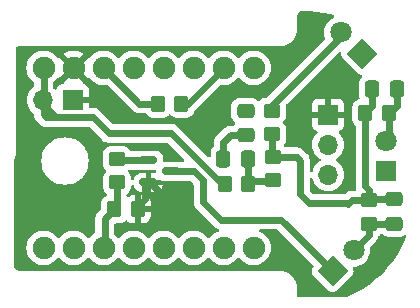
<source format=gbr>
%TF.GenerationSoftware,KiCad,Pcbnew,8.0.2*%
%TF.CreationDate,2024-08-10T10:20:15+02:00*%
%TF.ProjectId,ir-blaster,69722d62-6c61-4737-9465-722e6b696361,rev?*%
%TF.SameCoordinates,Original*%
%TF.FileFunction,Copper,L1,Top*%
%TF.FilePolarity,Positive*%
%FSLAX46Y46*%
G04 Gerber Fmt 4.6, Leading zero omitted, Abs format (unit mm)*
G04 Created by KiCad (PCBNEW 8.0.2) date 2024-08-10 10:20:15*
%MOMM*%
%LPD*%
G01*
G04 APERTURE LIST*
G04 Aperture macros list*
%AMRoundRect*
0 Rectangle with rounded corners*
0 $1 Rounding radius*
0 $2 $3 $4 $5 $6 $7 $8 $9 X,Y pos of 4 corners*
0 Add a 4 corners polygon primitive as box body*
4,1,4,$2,$3,$4,$5,$6,$7,$8,$9,$2,$3,0*
0 Add four circle primitives for the rounded corners*
1,1,$1+$1,$2,$3*
1,1,$1+$1,$4,$5*
1,1,$1+$1,$6,$7*
1,1,$1+$1,$8,$9*
0 Add four rect primitives between the rounded corners*
20,1,$1+$1,$2,$3,$4,$5,0*
20,1,$1+$1,$4,$5,$6,$7,0*
20,1,$1+$1,$6,$7,$8,$9,0*
20,1,$1+$1,$8,$9,$2,$3,0*%
%AMRotRect*
0 Rectangle, with rotation*
0 The origin of the aperture is its center*
0 $1 length*
0 $2 width*
0 $3 Rotation angle, in degrees counterclockwise*
0 Add horizontal line*
21,1,$1,$2,0,0,$3*%
G04 Aperture macros list end*
%TA.AperFunction,SMDPad,CuDef*%
%ADD10RoundRect,0.250000X0.350000X0.450000X-0.350000X0.450000X-0.350000X-0.450000X0.350000X-0.450000X0*%
%TD*%
%TA.AperFunction,ComponentPad*%
%ADD11R,1.700000X1.700000*%
%TD*%
%TA.AperFunction,ComponentPad*%
%ADD12O,1.700000X1.700000*%
%TD*%
%TA.AperFunction,SMDPad,CuDef*%
%ADD13RoundRect,0.150000X-0.587500X-0.150000X0.587500X-0.150000X0.587500X0.150000X-0.587500X0.150000X0*%
%TD*%
%TA.AperFunction,ComponentPad*%
%ADD14R,1.800000X1.800000*%
%TD*%
%TA.AperFunction,ComponentPad*%
%ADD15C,1.800000*%
%TD*%
%TA.AperFunction,SMDPad,CuDef*%
%ADD16RoundRect,0.250000X-0.337500X-0.475000X0.337500X-0.475000X0.337500X0.475000X-0.337500X0.475000X0*%
%TD*%
%TA.AperFunction,SMDPad,CuDef*%
%ADD17RoundRect,0.250000X0.450000X-0.350000X0.450000X0.350000X-0.450000X0.350000X-0.450000X-0.350000X0*%
%TD*%
%TA.AperFunction,ComponentPad*%
%ADD18RotRect,1.800000X1.800000X135.000000*%
%TD*%
%TA.AperFunction,ComponentPad*%
%ADD19C,1.905000*%
%TD*%
%TA.AperFunction,SMDPad,CuDef*%
%ADD20RoundRect,0.250000X-0.475000X0.337500X-0.475000X-0.337500X0.475000X-0.337500X0.475000X0.337500X0*%
%TD*%
%TA.AperFunction,SMDPad,CuDef*%
%ADD21RoundRect,0.250000X0.475000X-0.337500X0.475000X0.337500X-0.475000X0.337500X-0.475000X-0.337500X0*%
%TD*%
%TA.AperFunction,SMDPad,CuDef*%
%ADD22RoundRect,0.250000X0.337500X0.475000X-0.337500X0.475000X-0.337500X-0.475000X0.337500X-0.475000X0*%
%TD*%
%TA.AperFunction,SMDPad,CuDef*%
%ADD23RoundRect,0.250000X-0.450000X0.350000X-0.450000X-0.350000X0.450000X-0.350000X0.450000X0.350000X0*%
%TD*%
%TA.AperFunction,ComponentPad*%
%ADD24RotRect,1.800000X1.800000X45.000000*%
%TD*%
%TA.AperFunction,ViaPad*%
%ADD25C,0.500000*%
%TD*%
%TA.AperFunction,Conductor*%
%ADD26C,0.600000*%
%TD*%
G04 APERTURE END LIST*
D10*
%TO.P,R7,1*%
%TO.N,Net-(C4-Pad1)*%
X73280000Y-44930000D03*
%TO.P,R7,2*%
%TO.N,5V*%
X71280000Y-44930000D03*
%TD*%
D11*
%TO.P,J2,1,Pin_1*%
%TO.N,GND*%
X80045000Y-39065000D03*
D12*
%TO.P,J2,2,Pin_2*%
%TO.N,Net-(J2-Pin_2)*%
X80045000Y-41605000D03*
%TO.P,J2,3,Pin_3*%
%TO.N,3.3V*%
X80045000Y-44145000D03*
%TD*%
D13*
%TO.P,Q1,1,G*%
%TO.N,Net-(Q1-G)*%
X64832500Y-42900000D03*
%TO.P,Q1,2,S*%
%TO.N,GND*%
X64832500Y-44800000D03*
%TO.P,Q1,3,D*%
%TO.N,Net-(D1-K)*%
X66707500Y-43850000D03*
%TD*%
D14*
%TO.P,D2,1,K*%
%TO.N,Net-(D1-K)*%
X84960000Y-43855000D03*
D15*
%TO.P,D2,2,A*%
%TO.N,Net-(D2-A)*%
X84960000Y-41315000D03*
%TD*%
D10*
%TO.P,R8,1*%
%TO.N,Net-(J2-Pin_2)*%
X67630000Y-38120000D03*
%TO.P,R8,2*%
%TO.N,3.3V*%
X65630000Y-38120000D03*
%TD*%
D16*
%TO.P,C2,1*%
%TO.N,Net-(C1-Pad1)*%
X83772500Y-36900000D03*
%TO.P,C2,2*%
%TO.N,Net-(D2-A)*%
X85847500Y-36900000D03*
%TD*%
D10*
%TO.P,R2,1*%
%TO.N,GND*%
X63930000Y-47070000D03*
%TO.P,R2,2*%
%TO.N,/IR_OUT*%
X61930000Y-47070000D03*
%TD*%
%TO.P,R4,1*%
%TO.N,Net-(D2-A)*%
X85190000Y-38940000D03*
%TO.P,R4,2*%
%TO.N,Net-(C1-Pad1)*%
X83190000Y-38940000D03*
%TD*%
D17*
%TO.P,R1,1*%
%TO.N,/IR_OUT*%
X62170000Y-44800000D03*
%TO.P,R1,2*%
%TO.N,Net-(Q1-G)*%
X62170000Y-42800000D03*
%TD*%
D18*
%TO.P,D1,1,K*%
%TO.N,Net-(D1-K)*%
X82916051Y-33896051D03*
D15*
%TO.P,D1,2,A*%
%TO.N,Net-(D1-A)*%
X81120000Y-32100000D03*
%TD*%
D19*
%TO.P,U1,0,GPIO0*%
%TO.N,unconnected-(U1-GPIO0-Pad0)*%
X73730000Y-35090000D03*
%TO.P,U1,1,GPIO1*%
%TO.N,Net-(J2-Pin_2)*%
X71190000Y-35090000D03*
%TO.P,U1,2,GPIO2*%
%TO.N,unconnected-(U1-GPIO2-Pad2)*%
X68650000Y-35090000D03*
%TO.P,U1,3,GPIO3*%
%TO.N,unconnected-(U1-GPIO3-Pad3)*%
X66110000Y-35090000D03*
%TO.P,U1,3.3,3V3*%
%TO.N,3.3V*%
X61030000Y-35090000D03*
%TO.P,U1,4,GPIO4*%
%TO.N,unconnected-(U1-GPIO4-Pad4)*%
X63570000Y-35090000D03*
%TO.P,U1,5,GPIO5*%
%TO.N,unconnected-(U1-GPIO5-Pad5)*%
X55950000Y-50330000D03*
%TO.P,U1,5V,5V*%
%TO.N,5V*%
X55950000Y-35090000D03*
%TO.P,U1,6,GPIO6*%
%TO.N,unconnected-(U1-GPIO6-Pad6)*%
X58490000Y-50330000D03*
%TO.P,U1,7,GPIO7*%
%TO.N,/IR_OUT*%
X61030000Y-50330000D03*
%TO.P,U1,8,GPIO8*%
%TO.N,unconnected-(U1-GPIO8-Pad8)*%
X63570000Y-50330000D03*
%TO.P,U1,9,GPIO9*%
%TO.N,unconnected-(U1-GPIO9-Pad9)*%
X66110000Y-50330000D03*
%TO.P,U1,10,GPIO10*%
%TO.N,unconnected-(U1-GPIO10-Pad10)*%
X68650000Y-50330000D03*
%TO.P,U1,20,GPIO20*%
%TO.N,unconnected-(U1-GPIO20-Pad20)*%
X71190000Y-50330000D03*
%TO.P,U1,21,GPIO21*%
%TO.N,unconnected-(U1-GPIO21-Pad21)*%
X73730000Y-50330000D03*
%TO.P,U1,G,GND*%
%TO.N,GND*%
X58490000Y-35090000D03*
%TD*%
D20*
%TO.P,C3,1*%
%TO.N,Net-(C1-Pad1)*%
X85630000Y-46220000D03*
%TO.P,C3,2*%
%TO.N,Net-(D3-A)*%
X85630000Y-48295000D03*
%TD*%
D17*
%TO.P,R5,1*%
%TO.N,Net-(D3-A)*%
X83500000Y-48300000D03*
%TO.P,R5,2*%
%TO.N,Net-(C1-Pad1)*%
X83500000Y-46300000D03*
%TD*%
D21*
%TO.P,C1,1*%
%TO.N,Net-(C1-Pad1)*%
X73070000Y-40797500D03*
%TO.P,C1,2*%
%TO.N,Net-(D1-A)*%
X73070000Y-38722500D03*
%TD*%
D22*
%TO.P,C4,1*%
%TO.N,Net-(C4-Pad1)*%
X73257500Y-42790000D03*
%TO.P,C4,2*%
%TO.N,Net-(C1-Pad1)*%
X71182500Y-42790000D03*
%TD*%
D23*
%TO.P,R6,1*%
%TO.N,Net-(C1-Pad1)*%
X75340000Y-42630000D03*
%TO.P,R6,2*%
%TO.N,Net-(C4-Pad1)*%
X75340000Y-44630000D03*
%TD*%
D11*
%TO.P,J1,1,Pin_1*%
%TO.N,GND*%
X58415000Y-37815000D03*
D12*
%TO.P,J1,2,Pin_2*%
%TO.N,5V*%
X55875000Y-37815000D03*
%TD*%
D23*
%TO.P,R3,1*%
%TO.N,Net-(D1-A)*%
X75310000Y-38710000D03*
%TO.P,R3,2*%
%TO.N,Net-(C1-Pad1)*%
X75310000Y-40710000D03*
%TD*%
D24*
%TO.P,D3,1,K*%
%TO.N,Net-(D1-K)*%
X80418439Y-52311562D03*
D15*
%TO.P,D3,2,A*%
%TO.N,Net-(D3-A)*%
X82214490Y-50515511D03*
%TD*%
D25*
%TO.N,GND*%
X66150000Y-46020000D03*
%TD*%
D26*
%TO.N,Net-(D1-A)*%
X81015510Y-32535510D02*
X75310000Y-38241020D01*
X75310000Y-38241020D02*
X75310000Y-38710000D01*
%TO.N,Net-(D1-K)*%
X70950000Y-47940000D02*
X69470000Y-46460000D01*
X69470000Y-46460000D02*
X69470000Y-44620000D01*
X80418439Y-52311562D02*
X76046877Y-47940000D01*
X69470000Y-44620000D02*
X68700000Y-43850000D01*
X76046877Y-47940000D02*
X70950000Y-47940000D01*
X68700000Y-43850000D02*
X66707500Y-43850000D01*
%TO.N,Net-(D2-A)*%
X85190000Y-41085000D02*
X84960000Y-41315000D01*
X85847500Y-36900000D02*
X85847500Y-38282500D01*
X85190000Y-38940000D02*
X85190000Y-41085000D01*
X85847500Y-38282500D02*
X85190000Y-38940000D01*
%TO.N,Net-(D3-A)*%
X83500000Y-48300000D02*
X83500000Y-49230001D01*
X85625000Y-48300000D02*
X85630000Y-48295000D01*
X82214490Y-50515511D02*
X82744489Y-50515511D01*
X83500000Y-48300000D02*
X85625000Y-48300000D01*
X83500000Y-49230001D02*
X82214490Y-50515511D01*
%TO.N,5V*%
X71052792Y-44930000D02*
X66752792Y-40630000D01*
X60150000Y-39290000D02*
X56197919Y-39290000D01*
X60150000Y-39290000D02*
X57040000Y-39290000D01*
X55950000Y-39042081D02*
X55950000Y-37840000D01*
X66752792Y-40630000D02*
X61490000Y-40630000D01*
X56197919Y-39290000D02*
X55950000Y-39042081D01*
X55950000Y-38200000D02*
X55950000Y-35090000D01*
X61490000Y-40630000D02*
X60150000Y-39290000D01*
X57040000Y-39290000D02*
X55950000Y-38200000D01*
X71280000Y-44930000D02*
X71052792Y-44930000D01*
X71300990Y-44640000D02*
X71310000Y-44640000D01*
%TO.N,GND*%
X64520000Y-45112500D02*
X64832500Y-44800000D01*
X64520000Y-46200000D02*
X64520000Y-45112500D01*
X63930000Y-46790000D02*
X64520000Y-46200000D01*
X64930000Y-44800000D02*
X66150000Y-46020000D01*
X64832500Y-44800000D02*
X64930000Y-44800000D01*
X63930000Y-47070000D02*
X63930000Y-46790000D01*
%TO.N,3.3V*%
X65630000Y-38120000D02*
X64060000Y-38120000D01*
X64060000Y-38120000D02*
X61030000Y-35090000D01*
%TO.N,Net-(J2-Pin_2)*%
X67630000Y-38120000D02*
X68160000Y-38120000D01*
X68160000Y-38120000D02*
X71190000Y-35090000D01*
%TO.N,Net-(Q1-G)*%
X62270000Y-42900000D02*
X62170000Y-42800000D01*
X64832500Y-42900000D02*
X62270000Y-42900000D01*
%TO.N,/IR_OUT*%
X61130000Y-47870000D02*
X61130000Y-50230000D01*
X62170000Y-44800000D02*
X62170000Y-46830000D01*
X61130000Y-50230000D02*
X61030000Y-50330000D01*
X61930000Y-47070000D02*
X61130000Y-47870000D01*
X62170000Y-46830000D02*
X61930000Y-47070000D01*
%TO.N,Net-(C1-Pad1)*%
X78460000Y-46570000D02*
X81680000Y-46570000D01*
X81730000Y-46620000D02*
X82050000Y-46300000D01*
X75310000Y-40710000D02*
X75310000Y-42600000D01*
X77690000Y-42940000D02*
X77380000Y-42630000D01*
X83772500Y-36900000D02*
X83772500Y-38357500D01*
X75310000Y-42600000D02*
X75340000Y-42630000D01*
X83772500Y-38357500D02*
X83190000Y-38940000D01*
X82050000Y-46300000D02*
X83500000Y-46300000D01*
X83580000Y-46220000D02*
X83500000Y-46300000D01*
X85630000Y-46220000D02*
X83580000Y-46220000D01*
X71182500Y-42790000D02*
X71182500Y-41407500D01*
X83190000Y-45085000D02*
X83500000Y-45395000D01*
X83500000Y-45395000D02*
X83500000Y-46300000D01*
X77690000Y-45800000D02*
X77690000Y-42940000D01*
X78460000Y-46570000D02*
X77690000Y-45800000D01*
X71792500Y-40797500D02*
X73070000Y-40797500D01*
X83190000Y-45085000D02*
X83190000Y-38940000D01*
X81680000Y-46570000D02*
X81730000Y-46620000D01*
X77380000Y-42630000D02*
X75340000Y-42630000D01*
X71182500Y-41407500D02*
X71792500Y-40797500D01*
%TO.N,Net-(C4-Pad1)*%
X73257500Y-42790000D02*
X73257500Y-44907500D01*
X75330000Y-44640000D02*
X75340000Y-44630000D01*
X73257500Y-44907500D02*
X73280000Y-44930000D01*
X73310000Y-44640000D02*
X75330000Y-44640000D01*
%TD*%
%TA.AperFunction,Conductor*%
%TO.N,GND*%
G36*
X78502598Y-30279123D02*
G01*
X78510340Y-30279610D01*
X79096734Y-30335040D01*
X79104459Y-30336016D01*
X79686188Y-30428153D01*
X79693802Y-30429605D01*
X80268649Y-30558098D01*
X80276172Y-30560031D01*
X80471975Y-30616917D01*
X80530859Y-30654522D01*
X80560065Y-30717994D01*
X80550319Y-30787181D01*
X80504715Y-30840115D01*
X80496396Y-30845046D01*
X80351380Y-30923525D01*
X80351365Y-30923535D01*
X80168222Y-31066081D01*
X80168219Y-31066084D01*
X80011016Y-31236852D01*
X79884075Y-31431151D01*
X79790842Y-31643699D01*
X79733866Y-31868691D01*
X79733864Y-31868702D01*
X79714700Y-32099993D01*
X79714700Y-32100006D01*
X79733864Y-32331297D01*
X79733866Y-32331308D01*
X79788054Y-32545290D01*
X79785429Y-32615110D01*
X79755529Y-32663411D01*
X74840571Y-37578369D01*
X74779248Y-37611854D01*
X74765493Y-37614046D01*
X74707209Y-37620000D01*
X74707202Y-37620001D01*
X74540668Y-37675185D01*
X74540663Y-37675187D01*
X74391342Y-37767289D01*
X74277681Y-37880951D01*
X74216358Y-37914436D01*
X74146666Y-37909452D01*
X74102319Y-37880951D01*
X74013657Y-37792289D01*
X74013656Y-37792288D01*
X73920888Y-37735069D01*
X73864336Y-37700187D01*
X73864331Y-37700185D01*
X73830577Y-37689000D01*
X73697797Y-37645001D01*
X73697795Y-37645000D01*
X73595010Y-37634500D01*
X72544998Y-37634500D01*
X72544980Y-37634501D01*
X72442203Y-37645000D01*
X72442200Y-37645001D01*
X72275668Y-37700185D01*
X72275663Y-37700187D01*
X72126342Y-37792289D01*
X72002289Y-37916342D01*
X71910187Y-38065663D01*
X71910186Y-38065666D01*
X71855001Y-38232203D01*
X71855001Y-38232204D01*
X71855000Y-38232204D01*
X71844500Y-38334983D01*
X71844500Y-39110001D01*
X71844501Y-39110019D01*
X71855000Y-39212796D01*
X71855001Y-39212799D01*
X71910185Y-39379331D01*
X71910187Y-39379336D01*
X72002289Y-39528657D01*
X72126346Y-39652714D01*
X72129182Y-39654463D01*
X72130717Y-39656170D01*
X72132011Y-39657193D01*
X72131836Y-39657414D01*
X72175905Y-39706411D01*
X72187126Y-39775374D01*
X72159282Y-39839456D01*
X72129182Y-39865537D01*
X72126346Y-39867285D01*
X72126343Y-39867288D01*
X72032951Y-39960681D01*
X71971628Y-39994166D01*
X71945270Y-39997000D01*
X71713655Y-39997000D01*
X71559008Y-40027761D01*
X71558998Y-40027764D01*
X71413327Y-40088102D01*
X71413314Y-40088109D01*
X71282212Y-40175709D01*
X71250722Y-40207200D01*
X71170711Y-40287211D01*
X71170709Y-40287213D01*
X70654770Y-40803151D01*
X70560713Y-40897207D01*
X70560710Y-40897211D01*
X70473109Y-41028314D01*
X70473102Y-41028327D01*
X70412764Y-41173998D01*
X70412761Y-41174010D01*
X70382000Y-41328653D01*
X70382000Y-41665270D01*
X70362315Y-41732309D01*
X70345681Y-41752951D01*
X70252289Y-41846342D01*
X70160187Y-41995663D01*
X70160185Y-41995668D01*
X70156029Y-42008210D01*
X70105001Y-42162203D01*
X70105001Y-42162204D01*
X70105000Y-42162204D01*
X70094500Y-42264983D01*
X70094500Y-42540268D01*
X70074815Y-42607307D01*
X70022011Y-42653062D01*
X69952853Y-42663006D01*
X69889297Y-42633981D01*
X69882819Y-42627949D01*
X67263084Y-40008213D01*
X67263080Y-40008210D01*
X67131977Y-39920609D01*
X67131964Y-39920602D01*
X66986293Y-39860264D01*
X66986281Y-39860261D01*
X66831637Y-39829500D01*
X66831634Y-39829500D01*
X61872940Y-39829500D01*
X61805901Y-39809815D01*
X61785259Y-39793181D01*
X60660292Y-38668213D01*
X60660288Y-38668210D01*
X60529185Y-38580609D01*
X60529172Y-38580602D01*
X60383501Y-38520264D01*
X60383489Y-38520261D01*
X60228845Y-38489500D01*
X60228842Y-38489500D01*
X59889000Y-38489500D01*
X59821961Y-38469815D01*
X59776206Y-38417011D01*
X59765000Y-38365500D01*
X59765000Y-38065000D01*
X58848012Y-38065000D01*
X58880925Y-38007993D01*
X58915000Y-37880826D01*
X58915000Y-37749174D01*
X58880925Y-37622007D01*
X58848012Y-37565000D01*
X59765000Y-37565000D01*
X59765000Y-36917172D01*
X59764999Y-36917155D01*
X59758598Y-36857627D01*
X59758596Y-36857620D01*
X59708354Y-36722913D01*
X59708350Y-36722906D01*
X59622190Y-36607812D01*
X59622187Y-36607809D01*
X59507093Y-36521649D01*
X59507086Y-36521645D01*
X59382809Y-36475293D01*
X59326875Y-36433422D01*
X59302458Y-36367957D01*
X59317310Y-36299684D01*
X59325574Y-36289962D01*
X59326208Y-36279760D01*
X58726008Y-35679560D01*
X58790785Y-35652729D01*
X58894789Y-35583236D01*
X58983236Y-35494789D01*
X59052729Y-35390785D01*
X59079560Y-35326007D01*
X59679118Y-35925564D01*
X59700094Y-35923388D01*
X59709037Y-35915757D01*
X59778268Y-35906333D01*
X59841604Y-35935834D01*
X59863510Y-35961114D01*
X59879446Y-35985507D01*
X59921665Y-36031368D01*
X60042537Y-36162671D01*
X60232561Y-36310572D01*
X60444336Y-36425179D01*
X60560331Y-36465000D01*
X60672083Y-36503365D01*
X60672085Y-36503365D01*
X60672087Y-36503366D01*
X60909601Y-36543000D01*
X60909602Y-36543000D01*
X61150394Y-36543000D01*
X61150399Y-36543000D01*
X61259288Y-36524829D01*
X61328653Y-36533211D01*
X61367378Y-36559456D01*
X63438211Y-38630289D01*
X63494317Y-38686395D01*
X63549712Y-38741790D01*
X63680814Y-38829390D01*
X63680827Y-38829397D01*
X63825521Y-38889331D01*
X63825522Y-38889331D01*
X63825988Y-38889523D01*
X63826503Y-38889737D01*
X63888365Y-38902042D01*
X63981155Y-38920500D01*
X63981158Y-38920500D01*
X64138842Y-38920500D01*
X64545202Y-38920500D01*
X64612241Y-38940185D01*
X64650739Y-38979401D01*
X64687288Y-39038656D01*
X64811344Y-39162712D01*
X64960666Y-39254814D01*
X65127203Y-39309999D01*
X65229991Y-39320500D01*
X66030008Y-39320499D01*
X66030016Y-39320498D01*
X66030019Y-39320498D01*
X66086302Y-39314748D01*
X66132797Y-39309999D01*
X66299334Y-39254814D01*
X66448656Y-39162712D01*
X66542319Y-39069049D01*
X66603642Y-39035564D01*
X66673334Y-39040548D01*
X66717681Y-39069049D01*
X66811344Y-39162712D01*
X66960666Y-39254814D01*
X67127203Y-39309999D01*
X67229991Y-39320500D01*
X68030008Y-39320499D01*
X68030016Y-39320498D01*
X68030019Y-39320498D01*
X68086302Y-39314748D01*
X68132797Y-39309999D01*
X68299334Y-39254814D01*
X68448656Y-39162712D01*
X68572712Y-39038656D01*
X68664814Y-38889334D01*
X68719999Y-38722797D01*
X68720000Y-38722786D01*
X68720694Y-38719547D01*
X68721678Y-38717728D01*
X68722129Y-38716370D01*
X68722371Y-38716450D01*
X68753968Y-38658109D01*
X70852622Y-36559454D01*
X70913943Y-36525971D01*
X70960706Y-36524828D01*
X71069601Y-36543000D01*
X71069604Y-36543000D01*
X71310398Y-36543000D01*
X71310399Y-36543000D01*
X71547913Y-36503366D01*
X71775664Y-36425179D01*
X71987439Y-36310572D01*
X72177463Y-36162671D01*
X72340551Y-35985510D01*
X72356190Y-35961571D01*
X72409336Y-35916214D01*
X72478567Y-35906790D01*
X72541904Y-35936291D01*
X72563808Y-35961570D01*
X72579449Y-35985510D01*
X72742537Y-36162671D01*
X72932561Y-36310572D01*
X73144336Y-36425179D01*
X73260331Y-36465000D01*
X73372083Y-36503365D01*
X73372085Y-36503365D01*
X73372087Y-36503366D01*
X73609601Y-36543000D01*
X73609602Y-36543000D01*
X73850398Y-36543000D01*
X73850399Y-36543000D01*
X74087913Y-36503366D01*
X74315664Y-36425179D01*
X74527439Y-36310572D01*
X74717463Y-36162671D01*
X74880551Y-35985510D01*
X75012255Y-35783922D01*
X75108983Y-35563405D01*
X75168095Y-35329976D01*
X75187980Y-35090000D01*
X75168095Y-34850024D01*
X75108983Y-34616595D01*
X75012255Y-34396078D01*
X74880551Y-34194490D01*
X74717463Y-34017329D01*
X74567020Y-33900235D01*
X74527441Y-33869429D01*
X74315665Y-33754821D01*
X74315656Y-33754818D01*
X74087916Y-33676634D01*
X73909777Y-33646908D01*
X73850399Y-33637000D01*
X73609601Y-33637000D01*
X73562098Y-33644926D01*
X73372083Y-33676634D01*
X73144343Y-33754818D01*
X73144334Y-33754821D01*
X72932558Y-33869429D01*
X72798456Y-33973805D01*
X72742537Y-34017329D01*
X72579449Y-34194490D01*
X72565320Y-34216116D01*
X72563808Y-34218431D01*
X72510661Y-34263787D01*
X72441430Y-34273210D01*
X72378094Y-34243707D01*
X72356192Y-34218431D01*
X72340551Y-34194490D01*
X72177463Y-34017329D01*
X72027020Y-33900235D01*
X71987441Y-33869429D01*
X71775665Y-33754821D01*
X71775656Y-33754818D01*
X71547916Y-33676634D01*
X71369777Y-33646908D01*
X71310399Y-33637000D01*
X71069601Y-33637000D01*
X71022098Y-33644926D01*
X70832083Y-33676634D01*
X70604343Y-33754818D01*
X70604334Y-33754821D01*
X70392558Y-33869429D01*
X70258456Y-33973805D01*
X70202537Y-34017329D01*
X70039449Y-34194490D01*
X70025320Y-34216116D01*
X70023808Y-34218431D01*
X69970661Y-34263787D01*
X69901430Y-34273210D01*
X69838094Y-34243707D01*
X69816192Y-34218431D01*
X69800551Y-34194490D01*
X69637463Y-34017329D01*
X69487020Y-33900235D01*
X69447441Y-33869429D01*
X69235665Y-33754821D01*
X69235656Y-33754818D01*
X69007916Y-33676634D01*
X68829777Y-33646908D01*
X68770399Y-33637000D01*
X68529601Y-33637000D01*
X68482098Y-33644926D01*
X68292083Y-33676634D01*
X68064343Y-33754818D01*
X68064334Y-33754821D01*
X67852558Y-33869429D01*
X67718456Y-33973805D01*
X67662537Y-34017329D01*
X67499449Y-34194490D01*
X67485320Y-34216116D01*
X67483808Y-34218431D01*
X67430661Y-34263787D01*
X67361430Y-34273210D01*
X67298094Y-34243707D01*
X67276192Y-34218431D01*
X67260551Y-34194490D01*
X67097463Y-34017329D01*
X66947020Y-33900235D01*
X66907441Y-33869429D01*
X66695665Y-33754821D01*
X66695656Y-33754818D01*
X66467916Y-33676634D01*
X66289777Y-33646908D01*
X66230399Y-33637000D01*
X65989601Y-33637000D01*
X65942098Y-33644926D01*
X65752083Y-33676634D01*
X65524343Y-33754818D01*
X65524334Y-33754821D01*
X65312558Y-33869429D01*
X65178456Y-33973805D01*
X65122537Y-34017329D01*
X64959449Y-34194490D01*
X64945320Y-34216116D01*
X64943808Y-34218431D01*
X64890661Y-34263787D01*
X64821430Y-34273210D01*
X64758094Y-34243707D01*
X64736192Y-34218431D01*
X64720551Y-34194490D01*
X64557463Y-34017329D01*
X64407020Y-33900235D01*
X64367441Y-33869429D01*
X64155665Y-33754821D01*
X64155656Y-33754818D01*
X63927916Y-33676634D01*
X63749777Y-33646908D01*
X63690399Y-33637000D01*
X63449601Y-33637000D01*
X63402098Y-33644926D01*
X63212083Y-33676634D01*
X62984343Y-33754818D01*
X62984334Y-33754821D01*
X62772558Y-33869429D01*
X62638456Y-33973805D01*
X62582537Y-34017329D01*
X62419449Y-34194490D01*
X62405320Y-34216116D01*
X62403808Y-34218431D01*
X62350661Y-34263787D01*
X62281430Y-34273210D01*
X62218094Y-34243707D01*
X62196192Y-34218431D01*
X62180551Y-34194490D01*
X62017463Y-34017329D01*
X61867020Y-33900235D01*
X61827441Y-33869429D01*
X61615665Y-33754821D01*
X61615656Y-33754818D01*
X61387916Y-33676634D01*
X61209777Y-33646908D01*
X61150399Y-33637000D01*
X60909601Y-33637000D01*
X60862098Y-33644926D01*
X60672083Y-33676634D01*
X60444343Y-33754818D01*
X60444334Y-33754821D01*
X60232558Y-33869429D01*
X60098456Y-33973805D01*
X60042537Y-34017329D01*
X60042534Y-34017331D01*
X60042534Y-34017332D01*
X59879450Y-34194488D01*
X59879446Y-34194494D01*
X59863507Y-34218889D01*
X59810359Y-34264244D01*
X59741127Y-34273665D01*
X59705782Y-34257199D01*
X59679117Y-34254434D01*
X59079560Y-34853991D01*
X59052729Y-34789215D01*
X58983236Y-34685211D01*
X58894789Y-34596764D01*
X58790785Y-34527271D01*
X58726007Y-34500438D01*
X59326208Y-33900237D01*
X59326208Y-33900236D01*
X59287166Y-33869849D01*
X59287161Y-33869846D01*
X59075468Y-33755284D01*
X59075454Y-33755278D01*
X58847792Y-33677120D01*
X58610358Y-33637500D01*
X58369642Y-33637500D01*
X58132207Y-33677120D01*
X57904545Y-33755278D01*
X57904531Y-33755284D01*
X57692837Y-33869846D01*
X57692826Y-33869853D01*
X57653791Y-33900235D01*
X57653791Y-33900237D01*
X58253992Y-34500438D01*
X58189215Y-34527271D01*
X58085211Y-34596764D01*
X57996764Y-34685211D01*
X57927271Y-34789215D01*
X57900439Y-34853992D01*
X57300881Y-34254434D01*
X57279900Y-34256610D01*
X57270958Y-34264242D01*
X57201727Y-34273664D01*
X57138392Y-34244162D01*
X57116490Y-34218885D01*
X57100554Y-34194494D01*
X57100552Y-34194492D01*
X57100551Y-34194490D01*
X56937463Y-34017329D01*
X56787020Y-33900235D01*
X56747441Y-33869429D01*
X56535665Y-33754821D01*
X56535656Y-33754818D01*
X56307916Y-33676634D01*
X56129777Y-33646908D01*
X56070399Y-33637000D01*
X55829601Y-33637000D01*
X55782098Y-33644926D01*
X55592083Y-33676634D01*
X55364343Y-33754818D01*
X55364334Y-33754821D01*
X55152558Y-33869429D01*
X55018456Y-33973805D01*
X54962537Y-34017329D01*
X54962534Y-34017331D01*
X54962534Y-34017332D01*
X54799449Y-34194490D01*
X54667743Y-34396081D01*
X54571017Y-34616594D01*
X54511904Y-34850027D01*
X54492020Y-35089994D01*
X54492020Y-35090005D01*
X54511904Y-35329972D01*
X54571017Y-35563405D01*
X54652928Y-35750144D01*
X54667745Y-35783922D01*
X54799449Y-35985510D01*
X54962537Y-36162671D01*
X55101662Y-36270956D01*
X55142475Y-36327665D01*
X55149500Y-36368809D01*
X55149500Y-36609793D01*
X55129815Y-36676832D01*
X55096624Y-36711368D01*
X55003599Y-36776505D01*
X55003597Y-36776506D01*
X54836505Y-36943597D01*
X54700965Y-37137169D01*
X54700964Y-37137171D01*
X54601098Y-37351335D01*
X54601094Y-37351344D01*
X54539938Y-37579586D01*
X54539936Y-37579596D01*
X54519341Y-37814999D01*
X54519341Y-37815000D01*
X54539936Y-38050403D01*
X54539938Y-38050413D01*
X54601094Y-38278655D01*
X54601096Y-38278659D01*
X54601097Y-38278663D01*
X54641590Y-38365500D01*
X54700965Y-38492830D01*
X54700967Y-38492834D01*
X54797215Y-38630289D01*
X54819194Y-38661679D01*
X54836501Y-38686395D01*
X54836506Y-38686402D01*
X55003597Y-38853493D01*
X55003603Y-38853498D01*
X55096623Y-38918631D01*
X55140248Y-38973208D01*
X55149500Y-39020206D01*
X55149500Y-39120927D01*
X55180261Y-39275570D01*
X55180264Y-39275582D01*
X55240602Y-39421253D01*
X55240609Y-39421266D01*
X55328210Y-39552369D01*
X55328213Y-39552373D01*
X55576130Y-39800289D01*
X55634497Y-39858656D01*
X55687631Y-39911790D01*
X55818733Y-39999390D01*
X55818746Y-39999397D01*
X55918379Y-40040666D01*
X55918380Y-40040666D01*
X55964421Y-40059737D01*
X56107021Y-40088102D01*
X56119071Y-40090499D01*
X56119074Y-40090500D01*
X56119076Y-40090500D01*
X56119077Y-40090500D01*
X56961158Y-40090500D01*
X57118843Y-40090500D01*
X59767060Y-40090500D01*
X59834099Y-40110185D01*
X59854741Y-40126819D01*
X60868211Y-41140289D01*
X60940717Y-41212795D01*
X60979712Y-41251790D01*
X61110814Y-41339390D01*
X61110827Y-41339397D01*
X61242269Y-41393841D01*
X61242271Y-41393842D01*
X61256503Y-41399737D01*
X61294374Y-41407270D01*
X61411154Y-41430500D01*
X61411157Y-41430500D01*
X61411158Y-41430500D01*
X66369852Y-41430500D01*
X66436891Y-41450185D01*
X66457533Y-41466819D01*
X67828533Y-42837819D01*
X67862018Y-42899142D01*
X67857034Y-42968834D01*
X67815162Y-43024767D01*
X67749698Y-43049184D01*
X67740852Y-43049500D01*
X66194500Y-43049500D01*
X66127461Y-43029815D01*
X66081706Y-42977011D01*
X66070500Y-42925500D01*
X66070500Y-42684306D01*
X66070499Y-42684298D01*
X66067598Y-42647432D01*
X66067597Y-42647426D01*
X66021745Y-42489606D01*
X66021744Y-42489603D01*
X66021744Y-42489602D01*
X65938081Y-42348135D01*
X65938079Y-42348133D01*
X65938076Y-42348129D01*
X65821870Y-42231923D01*
X65821862Y-42231917D01*
X65703981Y-42162203D01*
X65680398Y-42148256D01*
X65680397Y-42148255D01*
X65680396Y-42148255D01*
X65680393Y-42148254D01*
X65522573Y-42102402D01*
X65522567Y-42102401D01*
X65485701Y-42099500D01*
X65485694Y-42099500D01*
X64911342Y-42099500D01*
X63354798Y-42099500D01*
X63287759Y-42079815D01*
X63249259Y-42040597D01*
X63212712Y-41981344D01*
X63088656Y-41857288D01*
X62984721Y-41793181D01*
X62939336Y-41765187D01*
X62939331Y-41765185D01*
X62902411Y-41752951D01*
X62772797Y-41710001D01*
X62772795Y-41710000D01*
X62670010Y-41699500D01*
X61669998Y-41699500D01*
X61669980Y-41699501D01*
X61567203Y-41710000D01*
X61567200Y-41710001D01*
X61400668Y-41765185D01*
X61400663Y-41765187D01*
X61251342Y-41857289D01*
X61127289Y-41981342D01*
X61035187Y-42130663D01*
X61035185Y-42130668D01*
X61024735Y-42162204D01*
X60980001Y-42297203D01*
X60980001Y-42297204D01*
X60980000Y-42297204D01*
X60969500Y-42399983D01*
X60969500Y-43200001D01*
X60969501Y-43200019D01*
X60980000Y-43302796D01*
X60980001Y-43302799D01*
X60999782Y-43362492D01*
X61035186Y-43469334D01*
X61087716Y-43554500D01*
X61127289Y-43618657D01*
X61220951Y-43712319D01*
X61254436Y-43773642D01*
X61249452Y-43843334D01*
X61220951Y-43887681D01*
X61127289Y-43981342D01*
X61035187Y-44130663D01*
X61035185Y-44130668D01*
X61030436Y-44145000D01*
X60980001Y-44297203D01*
X60980001Y-44297204D01*
X60980000Y-44297204D01*
X60969500Y-44399983D01*
X60969500Y-45200001D01*
X60969501Y-45200019D01*
X60980000Y-45302796D01*
X60980001Y-45302799D01*
X61035185Y-45469331D01*
X61035187Y-45469336D01*
X61042594Y-45481344D01*
X61127288Y-45618656D01*
X61251344Y-45742712D01*
X61251346Y-45742713D01*
X61253269Y-45744234D01*
X61254246Y-45745614D01*
X61256451Y-45747819D01*
X61256074Y-45748195D01*
X61293644Y-45801257D01*
X61296781Y-45871056D01*
X61261683Y-45931471D01*
X61241452Y-45947037D01*
X61111342Y-46027289D01*
X60987289Y-46151342D01*
X60895187Y-46300663D01*
X60895185Y-46300668D01*
X60891997Y-46310289D01*
X60840001Y-46467203D01*
X60840001Y-46467204D01*
X60840000Y-46467204D01*
X60829500Y-46569983D01*
X60829500Y-46987059D01*
X60809815Y-47054098D01*
X60793181Y-47074740D01*
X60697661Y-47170261D01*
X60619711Y-47248211D01*
X60590757Y-47277165D01*
X60508209Y-47359712D01*
X60420609Y-47490814D01*
X60420602Y-47490827D01*
X60360264Y-47636498D01*
X60360261Y-47636510D01*
X60329500Y-47791153D01*
X60329500Y-48983078D01*
X60309815Y-49050117D01*
X60264520Y-49092131D01*
X60232567Y-49109423D01*
X60232558Y-49109429D01*
X60129500Y-49189643D01*
X60042537Y-49257329D01*
X59879449Y-49434490D01*
X59863808Y-49458431D01*
X59810661Y-49503787D01*
X59741430Y-49513210D01*
X59678094Y-49483707D01*
X59656192Y-49458431D01*
X59640551Y-49434490D01*
X59477463Y-49257329D01*
X59312615Y-49129023D01*
X59287441Y-49109429D01*
X59075665Y-48994821D01*
X59075656Y-48994818D01*
X58847916Y-48916634D01*
X58641243Y-48882147D01*
X58610399Y-48877000D01*
X58369601Y-48877000D01*
X58338757Y-48882147D01*
X58132083Y-48916634D01*
X57904343Y-48994818D01*
X57904334Y-48994821D01*
X57692558Y-49109429D01*
X57589500Y-49189643D01*
X57502537Y-49257329D01*
X57339449Y-49434490D01*
X57323808Y-49458431D01*
X57270661Y-49503787D01*
X57201430Y-49513210D01*
X57138094Y-49483707D01*
X57116192Y-49458431D01*
X57100551Y-49434490D01*
X56937463Y-49257329D01*
X56772615Y-49129023D01*
X56747441Y-49109429D01*
X56535665Y-48994821D01*
X56535656Y-48994818D01*
X56307916Y-48916634D01*
X56101243Y-48882147D01*
X56070399Y-48877000D01*
X55829601Y-48877000D01*
X55798757Y-48882147D01*
X55592083Y-48916634D01*
X55364343Y-48994818D01*
X55364334Y-48994821D01*
X55152558Y-49109429D01*
X55049500Y-49189643D01*
X54962537Y-49257329D01*
X54962534Y-49257331D01*
X54962534Y-49257332D01*
X54799449Y-49434490D01*
X54667743Y-49636081D01*
X54571017Y-49856594D01*
X54511904Y-50090027D01*
X54492020Y-50329994D01*
X54492020Y-50330005D01*
X54511904Y-50569972D01*
X54511904Y-50569975D01*
X54511905Y-50569976D01*
X54571017Y-50803405D01*
X54667745Y-51023922D01*
X54799449Y-51225510D01*
X54962537Y-51402671D01*
X55118908Y-51524379D01*
X55151088Y-51549426D01*
X55152561Y-51550572D01*
X55364336Y-51665179D01*
X55482598Y-51705778D01*
X55592083Y-51743365D01*
X55592085Y-51743365D01*
X55592087Y-51743366D01*
X55829601Y-51783000D01*
X55829602Y-51783000D01*
X56070398Y-51783000D01*
X56070399Y-51783000D01*
X56307913Y-51743366D01*
X56535664Y-51665179D01*
X56747439Y-51550572D01*
X56937463Y-51402671D01*
X57100551Y-51225510D01*
X57116190Y-51201571D01*
X57169336Y-51156214D01*
X57238567Y-51146790D01*
X57301904Y-51176291D01*
X57323808Y-51201570D01*
X57339449Y-51225510D01*
X57502537Y-51402671D01*
X57658908Y-51524379D01*
X57691088Y-51549426D01*
X57692561Y-51550572D01*
X57904336Y-51665179D01*
X58022598Y-51705778D01*
X58132083Y-51743365D01*
X58132085Y-51743365D01*
X58132087Y-51743366D01*
X58369601Y-51783000D01*
X58369602Y-51783000D01*
X58610398Y-51783000D01*
X58610399Y-51783000D01*
X58847913Y-51743366D01*
X59075664Y-51665179D01*
X59287439Y-51550572D01*
X59477463Y-51402671D01*
X59640551Y-51225510D01*
X59656190Y-51201571D01*
X59709336Y-51156214D01*
X59778567Y-51146790D01*
X59841904Y-51176291D01*
X59863808Y-51201570D01*
X59879449Y-51225510D01*
X60042537Y-51402671D01*
X60198908Y-51524379D01*
X60231088Y-51549426D01*
X60232561Y-51550572D01*
X60444336Y-51665179D01*
X60562598Y-51705778D01*
X60672083Y-51743365D01*
X60672085Y-51743365D01*
X60672087Y-51743366D01*
X60909601Y-51783000D01*
X60909602Y-51783000D01*
X61150398Y-51783000D01*
X61150399Y-51783000D01*
X61387913Y-51743366D01*
X61615664Y-51665179D01*
X61827439Y-51550572D01*
X62017463Y-51402671D01*
X62180551Y-51225510D01*
X62196190Y-51201571D01*
X62249336Y-51156214D01*
X62318567Y-51146790D01*
X62381904Y-51176291D01*
X62403808Y-51201570D01*
X62419449Y-51225510D01*
X62582537Y-51402671D01*
X62738908Y-51524379D01*
X62771088Y-51549426D01*
X62772561Y-51550572D01*
X62984336Y-51665179D01*
X63102598Y-51705778D01*
X63212083Y-51743365D01*
X63212085Y-51743365D01*
X63212087Y-51743366D01*
X63449601Y-51783000D01*
X63449602Y-51783000D01*
X63690398Y-51783000D01*
X63690399Y-51783000D01*
X63927913Y-51743366D01*
X64155664Y-51665179D01*
X64367439Y-51550572D01*
X64557463Y-51402671D01*
X64720551Y-51225510D01*
X64736190Y-51201571D01*
X64789336Y-51156214D01*
X64858567Y-51146790D01*
X64921904Y-51176291D01*
X64943808Y-51201570D01*
X64959449Y-51225510D01*
X65122537Y-51402671D01*
X65278908Y-51524379D01*
X65311088Y-51549426D01*
X65312561Y-51550572D01*
X65524336Y-51665179D01*
X65642598Y-51705778D01*
X65752083Y-51743365D01*
X65752085Y-51743365D01*
X65752087Y-51743366D01*
X65989601Y-51783000D01*
X65989602Y-51783000D01*
X66230398Y-51783000D01*
X66230399Y-51783000D01*
X66467913Y-51743366D01*
X66695664Y-51665179D01*
X66907439Y-51550572D01*
X67097463Y-51402671D01*
X67260551Y-51225510D01*
X67276190Y-51201571D01*
X67329336Y-51156214D01*
X67398567Y-51146790D01*
X67461904Y-51176291D01*
X67483808Y-51201570D01*
X67499449Y-51225510D01*
X67662537Y-51402671D01*
X67818908Y-51524379D01*
X67851088Y-51549426D01*
X67852561Y-51550572D01*
X68064336Y-51665179D01*
X68182598Y-51705778D01*
X68292083Y-51743365D01*
X68292085Y-51743365D01*
X68292087Y-51743366D01*
X68529601Y-51783000D01*
X68529602Y-51783000D01*
X68770398Y-51783000D01*
X68770399Y-51783000D01*
X69007913Y-51743366D01*
X69235664Y-51665179D01*
X69447439Y-51550572D01*
X69637463Y-51402671D01*
X69800551Y-51225510D01*
X69816190Y-51201571D01*
X69869336Y-51156214D01*
X69938567Y-51146790D01*
X70001904Y-51176291D01*
X70023808Y-51201570D01*
X70039449Y-51225510D01*
X70202537Y-51402671D01*
X70358908Y-51524379D01*
X70391088Y-51549426D01*
X70392561Y-51550572D01*
X70604336Y-51665179D01*
X70722598Y-51705778D01*
X70832083Y-51743365D01*
X70832085Y-51743365D01*
X70832087Y-51743366D01*
X71069601Y-51783000D01*
X71069602Y-51783000D01*
X71310398Y-51783000D01*
X71310399Y-51783000D01*
X71547913Y-51743366D01*
X71775664Y-51665179D01*
X71987439Y-51550572D01*
X72177463Y-51402671D01*
X72340551Y-51225510D01*
X72356190Y-51201571D01*
X72409336Y-51156214D01*
X72478567Y-51146790D01*
X72541904Y-51176291D01*
X72563808Y-51201570D01*
X72579449Y-51225510D01*
X72742537Y-51402671D01*
X72898908Y-51524379D01*
X72931088Y-51549426D01*
X72932561Y-51550572D01*
X73144336Y-51665179D01*
X73262598Y-51705778D01*
X73372083Y-51743365D01*
X73372085Y-51743365D01*
X73372087Y-51743366D01*
X73609601Y-51783000D01*
X73609602Y-51783000D01*
X73850398Y-51783000D01*
X73850399Y-51783000D01*
X74087913Y-51743366D01*
X74315664Y-51665179D01*
X74527439Y-51550572D01*
X74717463Y-51402671D01*
X74880551Y-51225510D01*
X75012255Y-51023922D01*
X75108983Y-50803405D01*
X75168095Y-50569976D01*
X75187170Y-50339777D01*
X75187980Y-50330005D01*
X75187980Y-50329994D01*
X75168095Y-50090027D01*
X75168095Y-50090024D01*
X75108983Y-49856595D01*
X75012255Y-49636078D01*
X74880551Y-49434490D01*
X74717463Y-49257329D01*
X74552615Y-49129023D01*
X74527441Y-49109429D01*
X74315665Y-48994821D01*
X74315656Y-48994818D01*
X74277681Y-48981781D01*
X74220666Y-48941396D01*
X74194535Y-48876596D01*
X74207586Y-48807956D01*
X74255675Y-48757268D01*
X74317944Y-48740500D01*
X75663937Y-48740500D01*
X75730976Y-48760185D01*
X75751618Y-48776819D01*
X78774415Y-51799616D01*
X78807900Y-51860939D01*
X78802916Y-51930631D01*
X78774420Y-51974974D01*
X78757891Y-51991504D01*
X78720268Y-52038190D01*
X78720268Y-52038192D01*
X78660481Y-52169105D01*
X78640000Y-52311562D01*
X78660481Y-52454018D01*
X78720268Y-52584932D01*
X78720269Y-52584933D01*
X78720270Y-52584935D01*
X78757889Y-52631618D01*
X78757892Y-52631621D01*
X78757897Y-52631627D01*
X79775123Y-53648851D01*
X80098383Y-53972111D01*
X80145066Y-54009731D01*
X80275982Y-54069519D01*
X80275981Y-54069519D01*
X80293888Y-54072093D01*
X80418439Y-54090001D01*
X80560896Y-54069519D01*
X80691812Y-54009731D01*
X80738495Y-53972112D01*
X82078988Y-52631618D01*
X82116608Y-52584935D01*
X82176396Y-52454019D01*
X82196878Y-52311562D01*
X82176396Y-52169105D01*
X82140964Y-52091522D01*
X82131021Y-52022364D01*
X82160046Y-51958809D01*
X82218824Y-51921034D01*
X82253759Y-51916011D01*
X82330538Y-51916011D01*
X82330539Y-51916011D01*
X82559471Y-51877809D01*
X82778993Y-51802447D01*
X82983116Y-51691981D01*
X83166274Y-51549424D01*
X83323469Y-51378664D01*
X83450414Y-51184360D01*
X83543647Y-50971811D01*
X83600624Y-50746816D01*
X83601161Y-50740337D01*
X83619790Y-50515517D01*
X83619790Y-50515505D01*
X83604419Y-50330005D01*
X83603629Y-50320473D01*
X83617710Y-50252038D01*
X83639518Y-50222560D01*
X84121789Y-49740290D01*
X84209394Y-49609180D01*
X84269738Y-49463498D01*
X84288431Y-49369517D01*
X84320815Y-49307609D01*
X84344943Y-49288177D01*
X84418656Y-49242712D01*
X84473569Y-49187799D01*
X84534892Y-49154314D01*
X84604584Y-49159298D01*
X84648931Y-49187799D01*
X84686344Y-49225212D01*
X84835666Y-49317314D01*
X85002203Y-49372499D01*
X85104991Y-49383000D01*
X86155008Y-49382999D01*
X86155016Y-49382998D01*
X86155019Y-49382998D01*
X86211302Y-49377248D01*
X86257797Y-49372499D01*
X86424334Y-49317314D01*
X86487216Y-49278528D01*
X86554606Y-49260088D01*
X86621269Y-49281010D01*
X86666039Y-49334652D01*
X86674701Y-49403982D01*
X86666113Y-49433313D01*
X86506952Y-49801113D01*
X86503635Y-49808162D01*
X86236241Y-50332951D01*
X86232488Y-50339777D01*
X85932675Y-50846734D01*
X85928501Y-50853311D01*
X85597444Y-51340446D01*
X85592865Y-51346748D01*
X85231887Y-51812118D01*
X85226922Y-51818121D01*
X84837406Y-52259940D01*
X84832073Y-52265618D01*
X84415618Y-52682073D01*
X84409940Y-52687406D01*
X83968121Y-53076922D01*
X83962118Y-53081887D01*
X83496748Y-53442865D01*
X83490446Y-53447444D01*
X83003311Y-53778501D01*
X82996734Y-53782675D01*
X82489777Y-54082488D01*
X82482951Y-54086241D01*
X81958162Y-54353635D01*
X81951114Y-54356951D01*
X81633719Y-54494301D01*
X81584472Y-54504500D01*
X77534500Y-54504500D01*
X77467461Y-54484815D01*
X77421706Y-54432011D01*
X77410500Y-54380500D01*
X77410500Y-53652683D01*
X77410500Y-53652682D01*
X77379954Y-53440231D01*
X77319484Y-53234290D01*
X77319483Y-53234288D01*
X77319482Y-53234284D01*
X77230327Y-53039061D01*
X77230320Y-53039048D01*
X77179915Y-52960616D01*
X77114281Y-52858487D01*
X77081172Y-52820277D01*
X76973724Y-52696275D01*
X76811514Y-52555720D01*
X76811513Y-52555719D01*
X76702441Y-52485623D01*
X76630951Y-52439679D01*
X76630938Y-52439672D01*
X76435715Y-52350517D01*
X76229774Y-52290047D01*
X76229764Y-52290044D01*
X76038754Y-52262582D01*
X76017318Y-52259500D01*
X76017317Y-52259500D01*
X53916962Y-52259500D01*
X53903078Y-52258720D01*
X53890553Y-52257308D01*
X53812735Y-52248540D01*
X53785666Y-52242362D01*
X53706462Y-52214648D01*
X53681444Y-52202600D01*
X53610395Y-52157957D01*
X53588686Y-52140644D01*
X53529355Y-52081313D01*
X53512042Y-52059604D01*
X53469253Y-51991506D01*
X53467398Y-51988553D01*
X53455351Y-51963537D01*
X53438721Y-51916011D01*
X53427636Y-51884331D01*
X53421459Y-51857263D01*
X53416372Y-51812118D01*
X53411280Y-51766922D01*
X53410500Y-51753038D01*
X53410500Y-42979998D01*
X55764390Y-42979998D01*
X55764390Y-42980001D01*
X55784804Y-43265433D01*
X55845628Y-43545037D01*
X55845630Y-43545043D01*
X55845631Y-43545046D01*
X55935751Y-43786666D01*
X55945635Y-43813166D01*
X56082770Y-44064309D01*
X56082775Y-44064317D01*
X56254254Y-44293387D01*
X56254270Y-44293405D01*
X56456594Y-44495729D01*
X56456612Y-44495745D01*
X56685682Y-44667224D01*
X56685690Y-44667229D01*
X56936833Y-44804364D01*
X56936832Y-44804364D01*
X56936836Y-44804365D01*
X56936839Y-44804367D01*
X57204954Y-44904369D01*
X57204960Y-44904370D01*
X57204962Y-44904371D01*
X57484566Y-44965195D01*
X57484568Y-44965195D01*
X57484572Y-44965196D01*
X57738220Y-44983337D01*
X57769999Y-44985610D01*
X57770000Y-44985610D01*
X57770001Y-44985610D01*
X57798595Y-44983564D01*
X58055428Y-44965196D01*
X58284986Y-44915259D01*
X58335037Y-44904371D01*
X58335037Y-44904370D01*
X58335046Y-44904369D01*
X58603161Y-44804367D01*
X58854315Y-44667226D01*
X59083395Y-44495739D01*
X59285739Y-44293395D01*
X59457226Y-44064315D01*
X59594367Y-43813161D01*
X59694369Y-43545046D01*
X59710840Y-43469331D01*
X59755195Y-43265433D01*
X59755195Y-43265432D01*
X59755196Y-43265428D01*
X59775610Y-42980000D01*
X59774811Y-42968834D01*
X59769827Y-42899142D01*
X59755196Y-42694572D01*
X59752963Y-42684309D01*
X59694371Y-42414962D01*
X59694370Y-42414960D01*
X59694369Y-42414954D01*
X59594367Y-42146839D01*
X59570102Y-42102402D01*
X59457229Y-41895690D01*
X59457224Y-41895682D01*
X59285745Y-41666612D01*
X59285729Y-41666594D01*
X59083405Y-41464270D01*
X59083387Y-41464254D01*
X58854317Y-41292775D01*
X58854309Y-41292770D01*
X58603166Y-41155635D01*
X58603167Y-41155635D01*
X58410288Y-41083695D01*
X58335046Y-41055631D01*
X58335043Y-41055630D01*
X58335037Y-41055628D01*
X58055433Y-40994804D01*
X57770001Y-40974390D01*
X57769999Y-40974390D01*
X57484566Y-40994804D01*
X57204962Y-41055628D01*
X56936833Y-41155635D01*
X56685690Y-41292770D01*
X56685682Y-41292775D01*
X56456612Y-41464254D01*
X56456594Y-41464270D01*
X56254270Y-41666594D01*
X56254254Y-41666612D01*
X56082775Y-41895682D01*
X56082770Y-41895690D01*
X55945635Y-42146833D01*
X55845628Y-42414962D01*
X55784804Y-42694566D01*
X55764390Y-42979998D01*
X53410500Y-42979998D01*
X53410500Y-42874032D01*
X53430185Y-42806993D01*
X53446819Y-42786351D01*
X53459745Y-42773425D01*
X53500505Y-42732665D01*
X53569688Y-42612836D01*
X53605500Y-42479183D01*
X53605500Y-33433650D01*
X53625185Y-33366611D01*
X53663526Y-33328658D01*
X53681445Y-33317398D01*
X53706452Y-33305354D01*
X53785670Y-33277635D01*
X53812733Y-33271459D01*
X53875419Y-33264396D01*
X53903079Y-33261280D01*
X53916962Y-33260500D01*
X76017317Y-33260500D01*
X76017318Y-33260500D01*
X76199612Y-33234290D01*
X76229764Y-33229955D01*
X76229765Y-33229954D01*
X76229769Y-33229954D01*
X76435710Y-33169484D01*
X76435713Y-33169482D01*
X76435715Y-33169482D01*
X76630938Y-33080327D01*
X76630944Y-33080323D01*
X76630950Y-33080321D01*
X76811513Y-32964281D01*
X76973724Y-32823724D01*
X77114281Y-32661513D01*
X77230321Y-32480950D01*
X77230323Y-32480944D01*
X77230327Y-32480938D01*
X77319482Y-32285715D01*
X77319482Y-32285713D01*
X77319484Y-32285710D01*
X77379954Y-32079769D01*
X77410500Y-31867318D01*
X77410500Y-31760000D01*
X77410500Y-31694108D01*
X77410500Y-30766961D01*
X77411280Y-30753077D01*
X77415233Y-30717994D01*
X77421459Y-30662731D01*
X77427635Y-30635670D01*
X77455353Y-30556456D01*
X77467396Y-30531450D01*
X77512046Y-30460389D01*
X77529351Y-30438690D01*
X77588690Y-30379351D01*
X77610389Y-30362046D01*
X77681450Y-30317396D01*
X77706456Y-30305353D01*
X77785670Y-30277635D01*
X77812731Y-30271459D01*
X77901134Y-30261498D01*
X77918911Y-30260780D01*
X78502598Y-30279123D01*
G37*
%TD.AperFunction*%
%TA.AperFunction,Conductor*%
G36*
X65412539Y-43720185D02*
G01*
X65458294Y-43772989D01*
X65469500Y-43824500D01*
X65469500Y-43876000D01*
X65449815Y-43943039D01*
X65397011Y-43988794D01*
X65345500Y-44000000D01*
X65082500Y-44000000D01*
X65082500Y-44550000D01*
X65738185Y-44550000D01*
X65801306Y-44567268D01*
X65859602Y-44601744D01*
X65883390Y-44608655D01*
X66017426Y-44647597D01*
X66017429Y-44647597D01*
X66017431Y-44647598D01*
X66054306Y-44650500D01*
X66628658Y-44650500D01*
X68317060Y-44650500D01*
X68384099Y-44670185D01*
X68404741Y-44686819D01*
X68633181Y-44915259D01*
X68666666Y-44976582D01*
X68669500Y-45002940D01*
X68669500Y-46538846D01*
X68700261Y-46693489D01*
X68700264Y-46693501D01*
X68760602Y-46839172D01*
X68760609Y-46839185D01*
X68848210Y-46970288D01*
X68848213Y-46970292D01*
X70328211Y-48450289D01*
X70439711Y-48561789D01*
X70439712Y-48561790D01*
X70570814Y-48649390D01*
X70570827Y-48649397D01*
X70650768Y-48682509D01*
X70716503Y-48709737D01*
X70716507Y-48709737D01*
X70716508Y-48709738D01*
X70720488Y-48710530D01*
X70782399Y-48742915D01*
X70816973Y-48803631D01*
X70813233Y-48873400D01*
X70772366Y-48930072D01*
X70736559Y-48949428D01*
X70604343Y-48994818D01*
X70604334Y-48994821D01*
X70392558Y-49109429D01*
X70289500Y-49189643D01*
X70202537Y-49257329D01*
X70039449Y-49434490D01*
X70023808Y-49458431D01*
X69970661Y-49503787D01*
X69901430Y-49513210D01*
X69838094Y-49483707D01*
X69816192Y-49458431D01*
X69800551Y-49434490D01*
X69637463Y-49257329D01*
X69472615Y-49129023D01*
X69447441Y-49109429D01*
X69235665Y-48994821D01*
X69235656Y-48994818D01*
X69007916Y-48916634D01*
X68801243Y-48882147D01*
X68770399Y-48877000D01*
X68529601Y-48877000D01*
X68498757Y-48882147D01*
X68292083Y-48916634D01*
X68064343Y-48994818D01*
X68064334Y-48994821D01*
X67852558Y-49109429D01*
X67749500Y-49189643D01*
X67662537Y-49257329D01*
X67499449Y-49434490D01*
X67483808Y-49458431D01*
X67430661Y-49503787D01*
X67361430Y-49513210D01*
X67298094Y-49483707D01*
X67276192Y-49458431D01*
X67260551Y-49434490D01*
X67097463Y-49257329D01*
X66932615Y-49129023D01*
X66907441Y-49109429D01*
X66695665Y-48994821D01*
X66695656Y-48994818D01*
X66467916Y-48916634D01*
X66261243Y-48882147D01*
X66230399Y-48877000D01*
X65989601Y-48877000D01*
X65958757Y-48882147D01*
X65752083Y-48916634D01*
X65524343Y-48994818D01*
X65524334Y-48994821D01*
X65312558Y-49109429D01*
X65209500Y-49189643D01*
X65122537Y-49257329D01*
X64959449Y-49434490D01*
X64943808Y-49458431D01*
X64890661Y-49503787D01*
X64821430Y-49513210D01*
X64758094Y-49483707D01*
X64736192Y-49458431D01*
X64720551Y-49434490D01*
X64557463Y-49257329D01*
X64392615Y-49129023D01*
X64367441Y-49109429D01*
X64155665Y-48994821D01*
X64155656Y-48994818D01*
X63927916Y-48916634D01*
X63721243Y-48882147D01*
X63690399Y-48877000D01*
X63449601Y-48877000D01*
X63418757Y-48882147D01*
X63212083Y-48916634D01*
X62984343Y-48994818D01*
X62984334Y-48994821D01*
X62772558Y-49109429D01*
X62669500Y-49189643D01*
X62582537Y-49257329D01*
X62419449Y-49434490D01*
X62403808Y-49458431D01*
X62350661Y-49503787D01*
X62281430Y-49513210D01*
X62218094Y-49483707D01*
X62196192Y-49458431D01*
X62180551Y-49434490D01*
X62017463Y-49257329D01*
X61978337Y-49226876D01*
X61937525Y-49170166D01*
X61930500Y-49129023D01*
X61930500Y-48394499D01*
X61950185Y-48327460D01*
X62002989Y-48281705D01*
X62054500Y-48270499D01*
X62330002Y-48270499D01*
X62330008Y-48270499D01*
X62432797Y-48259999D01*
X62599334Y-48204814D01*
X62748656Y-48112712D01*
X62842675Y-48018692D01*
X62903994Y-47985210D01*
X62973686Y-47990194D01*
X63018034Y-48018695D01*
X63111654Y-48112315D01*
X63260875Y-48204356D01*
X63260880Y-48204358D01*
X63427302Y-48259505D01*
X63427309Y-48259506D01*
X63530019Y-48269999D01*
X63679999Y-48269999D01*
X64180000Y-48269999D01*
X64329972Y-48269999D01*
X64329986Y-48269998D01*
X64432697Y-48259505D01*
X64599119Y-48204358D01*
X64599124Y-48204356D01*
X64748345Y-48112315D01*
X64872315Y-47988345D01*
X64964356Y-47839124D01*
X64964358Y-47839119D01*
X65019505Y-47672697D01*
X65019506Y-47672690D01*
X65029999Y-47569986D01*
X65030000Y-47569973D01*
X65030000Y-47320000D01*
X64180000Y-47320000D01*
X64180000Y-48269999D01*
X63679999Y-48269999D01*
X63680000Y-48269998D01*
X63680000Y-46820000D01*
X64180000Y-46820000D01*
X65029999Y-46820000D01*
X65029999Y-46570028D01*
X65029998Y-46570013D01*
X65019505Y-46467302D01*
X64964358Y-46300880D01*
X64964356Y-46300875D01*
X64872315Y-46151654D01*
X64748345Y-46027684D01*
X64599124Y-45935643D01*
X64599119Y-45935641D01*
X64432697Y-45880494D01*
X64432690Y-45880493D01*
X64329986Y-45870000D01*
X64180000Y-45870000D01*
X64180000Y-46820000D01*
X63680000Y-46820000D01*
X63680000Y-45870000D01*
X63530027Y-45870000D01*
X63530012Y-45870001D01*
X63427302Y-45880494D01*
X63260880Y-45935641D01*
X63260875Y-45935643D01*
X63159597Y-45998113D01*
X63092204Y-46016553D01*
X63025541Y-45995630D01*
X62980771Y-45941988D01*
X62970500Y-45892574D01*
X62970500Y-45884797D01*
X62990185Y-45817758D01*
X63029403Y-45779258D01*
X63088656Y-45742712D01*
X63212712Y-45618656D01*
X63304814Y-45469334D01*
X63359999Y-45302797D01*
X63370500Y-45200009D01*
X63370499Y-45141042D01*
X63390182Y-45074006D01*
X63442986Y-45028250D01*
X63512144Y-45018306D01*
X63575700Y-45047330D01*
X63613476Y-45106107D01*
X63613575Y-45106449D01*
X63643715Y-45210193D01*
X63643717Y-45210196D01*
X63727314Y-45351552D01*
X63727321Y-45351561D01*
X63843438Y-45467678D01*
X63843447Y-45467685D01*
X63984803Y-45551282D01*
X63984806Y-45551283D01*
X64142504Y-45597099D01*
X64142510Y-45597100D01*
X64179350Y-45599999D01*
X64179366Y-45600000D01*
X64582500Y-45600000D01*
X65082500Y-45600000D01*
X65485634Y-45600000D01*
X65485649Y-45599999D01*
X65522489Y-45597100D01*
X65522495Y-45597099D01*
X65680193Y-45551283D01*
X65680196Y-45551282D01*
X65821552Y-45467685D01*
X65821561Y-45467678D01*
X65937678Y-45351561D01*
X65937685Y-45351552D01*
X66021281Y-45210198D01*
X66067100Y-45052486D01*
X66067295Y-45050001D01*
X66067295Y-45050000D01*
X65082500Y-45050000D01*
X65082500Y-45600000D01*
X64582500Y-45600000D01*
X64582500Y-44000000D01*
X64179350Y-44000000D01*
X64142510Y-44002899D01*
X64142504Y-44002900D01*
X63984806Y-44048716D01*
X63984803Y-44048717D01*
X63843447Y-44132314D01*
X63843438Y-44132321D01*
X63727321Y-44248438D01*
X63727314Y-44248447D01*
X63643717Y-44389803D01*
X63643716Y-44389806D01*
X63613575Y-44493553D01*
X63575969Y-44552439D01*
X63512497Y-44581645D01*
X63443310Y-44571899D01*
X63390375Y-44526295D01*
X63370500Y-44459312D01*
X63370499Y-44458958D01*
X63370499Y-44399998D01*
X63370498Y-44399980D01*
X63359999Y-44297203D01*
X63359998Y-44297200D01*
X63358737Y-44293395D01*
X63304814Y-44130666D01*
X63212712Y-43981344D01*
X63143549Y-43912181D01*
X63110064Y-43850858D01*
X63115048Y-43781166D01*
X63156920Y-43725233D01*
X63222384Y-43700816D01*
X63231230Y-43700500D01*
X64179306Y-43700500D01*
X65345500Y-43700500D01*
X65412539Y-43720185D01*
G37*
%TD.AperFunction*%
%TA.AperFunction,Conductor*%
G36*
X81064054Y-33721557D02*
G01*
X81119987Y-33763429D01*
X81144404Y-33828893D01*
X81143458Y-33855384D01*
X81137612Y-33896048D01*
X81137612Y-33896050D01*
X81158093Y-34038507D01*
X81217880Y-34169421D01*
X81217881Y-34169422D01*
X81217882Y-34169424D01*
X81255501Y-34216107D01*
X81255504Y-34216110D01*
X81255509Y-34216116D01*
X82314618Y-35275223D01*
X82595995Y-35556600D01*
X82642678Y-35594220D01*
X82773594Y-35654008D01*
X82852786Y-35665393D01*
X82916340Y-35694417D01*
X82954115Y-35753195D01*
X82954116Y-35823064D01*
X82922820Y-35875812D01*
X82842287Y-35956345D01*
X82750187Y-36105663D01*
X82750186Y-36105666D01*
X82695001Y-36272203D01*
X82695001Y-36272204D01*
X82695000Y-36272204D01*
X82684500Y-36374983D01*
X82684500Y-37425001D01*
X82684501Y-37425019D01*
X82695000Y-37527796D01*
X82695001Y-37527799D01*
X82721571Y-37607981D01*
X82723973Y-37677810D01*
X82688241Y-37737851D01*
X82642870Y-37764691D01*
X82520666Y-37805186D01*
X82520663Y-37805187D01*
X82371342Y-37897289D01*
X82247289Y-38021342D01*
X82155187Y-38170663D01*
X82155185Y-38170668D01*
X82143079Y-38207203D01*
X82100001Y-38337203D01*
X82100001Y-38337204D01*
X82100000Y-38337204D01*
X82089500Y-38439983D01*
X82089500Y-39440001D01*
X82089501Y-39440019D01*
X82100000Y-39542796D01*
X82100001Y-39542799D01*
X82137569Y-39656170D01*
X82155186Y-39709334D01*
X82235445Y-39839456D01*
X82247289Y-39858657D01*
X82353181Y-39964549D01*
X82386666Y-40025872D01*
X82389500Y-40052230D01*
X82389500Y-45163846D01*
X82420260Y-45318488D01*
X82420262Y-45318494D01*
X82420263Y-45318497D01*
X82424220Y-45328050D01*
X82431687Y-45397519D01*
X82400411Y-45459998D01*
X82340322Y-45495649D01*
X82309658Y-45499500D01*
X81971154Y-45499500D01*
X81816509Y-45530261D01*
X81816497Y-45530264D01*
X81773832Y-45547936D01*
X81773833Y-45547937D01*
X81670823Y-45590604D01*
X81670814Y-45590609D01*
X81541177Y-45677230D01*
X81541178Y-45677231D01*
X81539716Y-45678207D01*
X81539703Y-45678218D01*
X81484741Y-45733181D01*
X81423418Y-45766666D01*
X81397060Y-45769500D01*
X78842940Y-45769500D01*
X78775901Y-45749815D01*
X78755259Y-45733181D01*
X78526819Y-45504741D01*
X78493334Y-45443418D01*
X78490500Y-45417060D01*
X78490500Y-44503333D01*
X78510185Y-44436294D01*
X78562989Y-44390539D01*
X78632147Y-44380595D01*
X78695703Y-44409620D01*
X78733477Y-44468398D01*
X78734275Y-44471240D01*
X78771094Y-44608655D01*
X78771096Y-44608659D01*
X78771097Y-44608663D01*
X78807542Y-44686819D01*
X78870965Y-44822830D01*
X78870967Y-44822834D01*
X78961115Y-44951578D01*
X79006505Y-45016401D01*
X79173599Y-45183495D01*
X79197198Y-45200019D01*
X79367165Y-45319032D01*
X79367167Y-45319033D01*
X79367170Y-45319035D01*
X79581337Y-45418903D01*
X79809592Y-45480063D01*
X79987737Y-45495649D01*
X80044999Y-45500659D01*
X80045000Y-45500659D01*
X80045001Y-45500659D01*
X80102263Y-45495649D01*
X80280408Y-45480063D01*
X80508663Y-45418903D01*
X80722830Y-45319035D01*
X80916401Y-45183495D01*
X81083495Y-45016401D01*
X81219035Y-44822830D01*
X81318903Y-44608663D01*
X81380063Y-44380408D01*
X81400659Y-44145000D01*
X81380063Y-43909592D01*
X81318903Y-43681337D01*
X81219035Y-43467171D01*
X81207142Y-43450185D01*
X81083494Y-43273597D01*
X80916402Y-43106506D01*
X80916396Y-43106501D01*
X80730842Y-42976575D01*
X80687217Y-42921998D01*
X80680023Y-42852500D01*
X80711546Y-42790145D01*
X80730842Y-42773425D01*
X80789059Y-42732661D01*
X80916401Y-42643495D01*
X81083495Y-42476401D01*
X81219035Y-42282830D01*
X81318903Y-42068663D01*
X81380063Y-41840408D01*
X81400659Y-41605000D01*
X81380063Y-41369592D01*
X81318903Y-41141337D01*
X81219035Y-40927171D01*
X81171091Y-40858700D01*
X81083496Y-40733600D01*
X81083495Y-40733599D01*
X80961179Y-40611283D01*
X80927696Y-40549963D01*
X80932680Y-40480271D01*
X80974551Y-40424337D01*
X81005529Y-40407422D01*
X81137086Y-40358354D01*
X81137093Y-40358350D01*
X81252187Y-40272190D01*
X81252190Y-40272187D01*
X81338350Y-40157093D01*
X81338354Y-40157086D01*
X81388596Y-40022379D01*
X81388598Y-40022372D01*
X81394999Y-39962844D01*
X81395000Y-39962827D01*
X81395000Y-39315000D01*
X80478012Y-39315000D01*
X80510925Y-39257993D01*
X80545000Y-39130826D01*
X80545000Y-38999174D01*
X80510925Y-38872007D01*
X80478012Y-38815000D01*
X81395000Y-38815000D01*
X81395000Y-38167172D01*
X81394999Y-38167155D01*
X81388598Y-38107627D01*
X81388596Y-38107620D01*
X81338354Y-37972913D01*
X81338350Y-37972906D01*
X81252190Y-37857812D01*
X81252187Y-37857809D01*
X81137093Y-37771649D01*
X81137086Y-37771645D01*
X81002379Y-37721403D01*
X81002372Y-37721401D01*
X80942844Y-37715000D01*
X80295000Y-37715000D01*
X80295000Y-38631988D01*
X80237993Y-38599075D01*
X80110826Y-38565000D01*
X79979174Y-38565000D01*
X79852007Y-38599075D01*
X79795000Y-38631988D01*
X79795000Y-37715000D01*
X79147155Y-37715000D01*
X79087627Y-37721401D01*
X79087620Y-37721403D01*
X78952913Y-37771645D01*
X78952906Y-37771649D01*
X78837812Y-37857809D01*
X78837809Y-37857812D01*
X78751649Y-37972906D01*
X78751645Y-37972913D01*
X78701403Y-38107620D01*
X78701401Y-38107627D01*
X78695000Y-38167155D01*
X78695000Y-38815000D01*
X79611988Y-38815000D01*
X79579075Y-38872007D01*
X79545000Y-38999174D01*
X79545000Y-39130826D01*
X79579075Y-39257993D01*
X79611988Y-39315000D01*
X78695000Y-39315000D01*
X78695000Y-39962844D01*
X78701401Y-40022372D01*
X78701403Y-40022379D01*
X78751645Y-40157086D01*
X78751649Y-40157093D01*
X78837809Y-40272187D01*
X78837812Y-40272190D01*
X78952906Y-40358350D01*
X78952913Y-40358354D01*
X79084470Y-40407421D01*
X79140403Y-40449292D01*
X79164821Y-40514756D01*
X79149970Y-40583029D01*
X79128819Y-40611284D01*
X79006503Y-40733600D01*
X78870965Y-40927169D01*
X78870964Y-40927171D01*
X78771098Y-41141335D01*
X78771094Y-41141344D01*
X78709938Y-41369586D01*
X78709936Y-41369596D01*
X78689341Y-41604999D01*
X78689341Y-41605000D01*
X78709936Y-41840403D01*
X78709938Y-41840413D01*
X78771094Y-42068655D01*
X78771096Y-42068659D01*
X78771097Y-42068663D01*
X78808212Y-42148256D01*
X78870965Y-42282830D01*
X78870967Y-42282834D01*
X78952996Y-42399983D01*
X78991170Y-42454501D01*
X79006501Y-42476395D01*
X79006506Y-42476402D01*
X79173597Y-42643493D01*
X79173603Y-42643498D01*
X79359158Y-42773425D01*
X79402783Y-42828002D01*
X79409977Y-42897500D01*
X79378454Y-42959855D01*
X79359158Y-42976575D01*
X79173597Y-43106505D01*
X79006505Y-43273597D01*
X78870965Y-43467169D01*
X78870964Y-43467171D01*
X78771098Y-43681335D01*
X78771094Y-43681344D01*
X78734275Y-43818759D01*
X78697910Y-43878420D01*
X78635063Y-43908949D01*
X78565688Y-43900654D01*
X78511810Y-43856169D01*
X78490535Y-43789617D01*
X78490500Y-43786666D01*
X78490500Y-42861157D01*
X78482543Y-42821159D01*
X78482543Y-42821156D01*
X78459738Y-42706508D01*
X78459737Y-42706507D01*
X78459737Y-42706503D01*
X78450543Y-42684306D01*
X78420940Y-42612838D01*
X78399397Y-42560827D01*
X78399390Y-42560814D01*
X78311790Y-42429712D01*
X78282061Y-42399983D01*
X78200289Y-42318211D01*
X78060224Y-42178146D01*
X77890292Y-42008213D01*
X77890288Y-42008210D01*
X77759185Y-41920609D01*
X77759172Y-41920602D01*
X77613501Y-41860264D01*
X77613489Y-41860261D01*
X77458845Y-41829500D01*
X77458842Y-41829500D01*
X76452231Y-41829500D01*
X76385192Y-41809815D01*
X76364550Y-41793181D01*
X76314049Y-41742680D01*
X76280564Y-41681357D01*
X76285548Y-41611665D01*
X76314048Y-41567319D01*
X76352712Y-41528656D01*
X76444814Y-41379334D01*
X76499999Y-41212797D01*
X76510500Y-41110009D01*
X76510499Y-40309992D01*
X76506637Y-40272190D01*
X76499999Y-40207203D01*
X76499998Y-40207200D01*
X76444814Y-40040666D01*
X76352712Y-39891344D01*
X76259049Y-39797681D01*
X76225564Y-39736358D01*
X76230548Y-39666666D01*
X76259049Y-39622319D01*
X76352712Y-39528656D01*
X76444814Y-39379334D01*
X76499999Y-39212797D01*
X76510500Y-39110009D01*
X76510499Y-38309992D01*
X76503752Y-38243948D01*
X76516521Y-38175258D01*
X76539426Y-38143670D01*
X80933041Y-33750056D01*
X80994362Y-33716573D01*
X81064054Y-33721557D01*
G37*
%TD.AperFunction*%
%TA.AperFunction,Conductor*%
G36*
X57927271Y-35390785D02*
G01*
X57996764Y-35494789D01*
X58085211Y-35583236D01*
X58189215Y-35652729D01*
X58253991Y-35679560D01*
X57653791Y-36279760D01*
X57657116Y-36333317D01*
X57641623Y-36401447D01*
X57591755Y-36450386D01*
X57533354Y-36465000D01*
X57517155Y-36465000D01*
X57457627Y-36471401D01*
X57457620Y-36471403D01*
X57322913Y-36521645D01*
X57322906Y-36521649D01*
X57207812Y-36607809D01*
X57207809Y-36607812D01*
X57121649Y-36722906D01*
X57121645Y-36722913D01*
X57072578Y-36854470D01*
X57030707Y-36910404D01*
X56965242Y-36934821D01*
X56896969Y-36919969D01*
X56868715Y-36898818D01*
X56786819Y-36816922D01*
X56753334Y-36755599D01*
X56750500Y-36729241D01*
X56750500Y-36368809D01*
X56770185Y-36301770D01*
X56798336Y-36270956D01*
X56937463Y-36162671D01*
X57100551Y-35985510D01*
X57116490Y-35961114D01*
X57169633Y-35915758D01*
X57238864Y-35906333D01*
X57274216Y-35922799D01*
X57300880Y-35925564D01*
X57900438Y-35326006D01*
X57927271Y-35390785D01*
G37*
%TD.AperFunction*%
%TD*%
M02*

</source>
